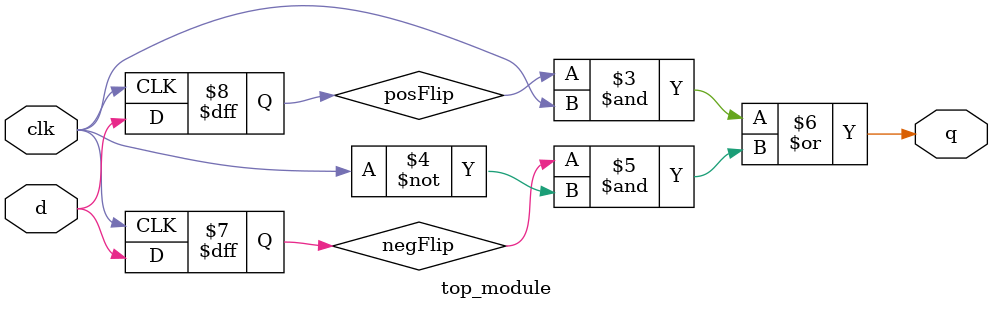
<source format=v>
module top_module (
  input clk,
  input d,
  output q
);
    
  reg posFlip, negFlip;
  
  always @(posedge clk) begin
    posFlip <= d;
  end
  
  always @(negedge clk) begin
    negFlip <= d;
  end
  
  assign q = (posFlip & clk) | (negFlip & ~clk);

endmodule
</source>
